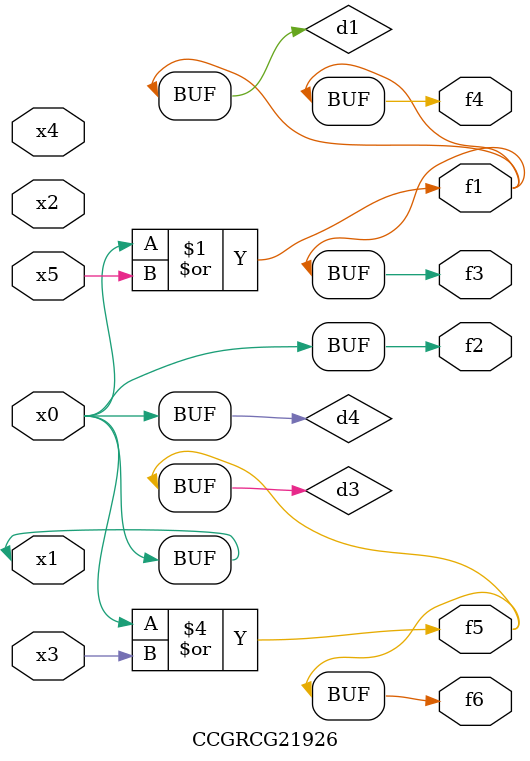
<source format=v>
module CCGRCG21926(
	input x0, x1, x2, x3, x4, x5,
	output f1, f2, f3, f4, f5, f6
);

	wire d1, d2, d3, d4;

	or (d1, x0, x5);
	xnor (d2, x1, x4);
	or (d3, x0, x3);
	buf (d4, x0, x1);
	assign f1 = d1;
	assign f2 = d4;
	assign f3 = d1;
	assign f4 = d1;
	assign f5 = d3;
	assign f6 = d3;
endmodule

</source>
